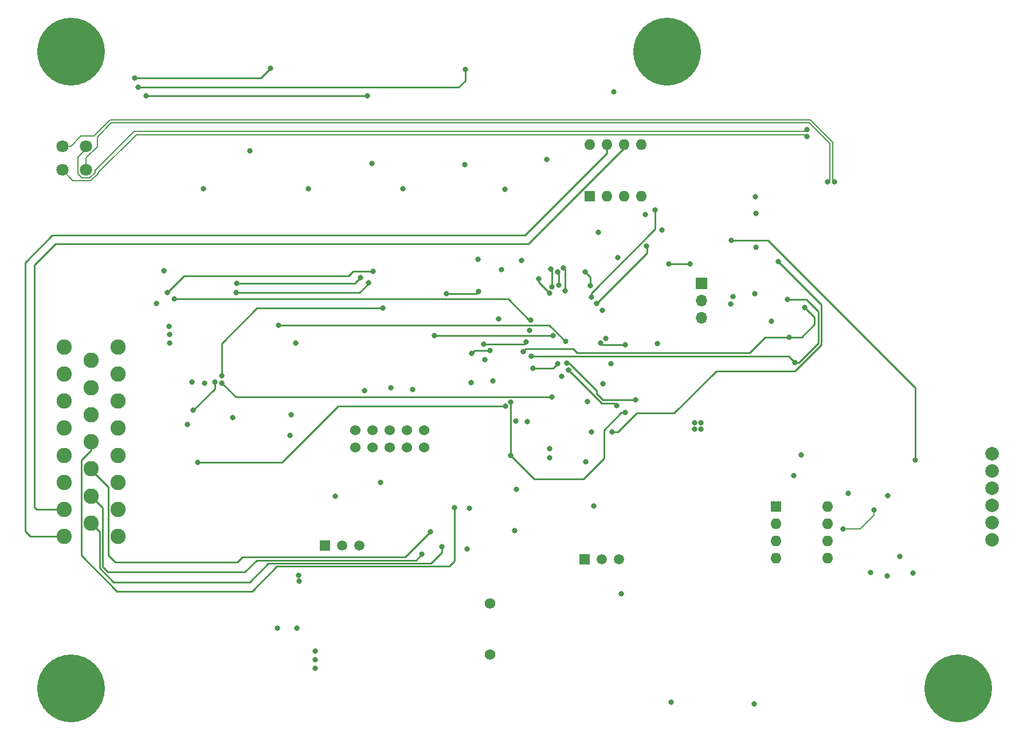
<source format=gbl>
G04 #@! TF.GenerationSoftware,KiCad,Pcbnew,5.99.0-unknown-6a369b230f~117~ubuntu20.04.1*
G04 #@! TF.CreationDate,2021-05-15T11:46:25+08:00*
G04 #@! TF.ProjectId,Controller,436f6e74-726f-46c6-9c65-722e6b696361,rev?*
G04 #@! TF.SameCoordinates,Original*
G04 #@! TF.FileFunction,Copper,L4,Bot*
G04 #@! TF.FilePolarity,Positive*
%FSLAX46Y46*%
G04 Gerber Fmt 4.6, Leading zero omitted, Abs format (unit mm)*
G04 Created by KiCad (PCBNEW 5.99.0-unknown-6a369b230f~117~ubuntu20.04.1) date 2021-05-15 11:46:25*
%MOMM*%
%LPD*%
G01*
G04 APERTURE LIST*
G04 #@! TA.AperFunction,ComponentPad*
%ADD10R,1.508000X1.508000*%
G04 #@! TD*
G04 #@! TA.AperFunction,ComponentPad*
%ADD11C,1.508000*%
G04 #@! TD*
G04 #@! TA.AperFunction,ComponentPad*
%ADD12C,2.260600*%
G04 #@! TD*
G04 #@! TA.AperFunction,ComponentPad*
%ADD13C,1.800000*%
G04 #@! TD*
G04 #@! TA.AperFunction,ComponentPad*
%ADD14R,1.700000X1.700000*%
G04 #@! TD*
G04 #@! TA.AperFunction,ComponentPad*
%ADD15O,1.700000X1.700000*%
G04 #@! TD*
G04 #@! TA.AperFunction,ComponentPad*
%ADD16C,2.000000*%
G04 #@! TD*
G04 #@! TA.AperFunction,ComponentPad*
%ADD17C,10.000000*%
G04 #@! TD*
G04 #@! TA.AperFunction,ComponentPad*
%ADD18C,1.524000*%
G04 #@! TD*
G04 #@! TA.AperFunction,ComponentPad*
%ADD19R,1.600000X1.600000*%
G04 #@! TD*
G04 #@! TA.AperFunction,ComponentPad*
%ADD20O,1.600000X1.600000*%
G04 #@! TD*
G04 #@! TA.AperFunction,ComponentPad*
%ADD21C,1.574800*%
G04 #@! TD*
G04 #@! TA.AperFunction,ViaPad*
%ADD22C,0.800000*%
G04 #@! TD*
G04 #@! TA.AperFunction,Conductor*
%ADD23C,0.250000*%
G04 #@! TD*
G04 #@! TA.AperFunction,Conductor*
%ADD24C,0.200000*%
G04 #@! TD*
G04 APERTURE END LIST*
D10*
X162380000Y-123075000D03*
D11*
X164920000Y-123075000D03*
X167460000Y-123075000D03*
D12*
X93450000Y-91700001D03*
X93450000Y-95700000D03*
X93450000Y-99700000D03*
X93450000Y-103700000D03*
X93450000Y-107699999D03*
X93450000Y-111699999D03*
X93450000Y-115699998D03*
X93450000Y-119699998D03*
X89450000Y-93699999D03*
X89450000Y-97699999D03*
X89450000Y-101699999D03*
X89450000Y-105699998D03*
X89450000Y-109699998D03*
X89450000Y-113699997D03*
X89450000Y-117699997D03*
X85450000Y-91700001D03*
X85450000Y-95700000D03*
X85450000Y-99700000D03*
X85450000Y-103700000D03*
X85450000Y-107699999D03*
X85450000Y-111699999D03*
X85450000Y-115699998D03*
X85450000Y-119699998D03*
D13*
X88707000Y-65587000D03*
X88707000Y-62053000D03*
X85173000Y-62053000D03*
X85173000Y-65587000D03*
D14*
X179620000Y-82335000D03*
D15*
X179620000Y-84875000D03*
X179620000Y-87415000D03*
D16*
X222570000Y-107470000D03*
X222570000Y-110010000D03*
X222570000Y-112550000D03*
X222570000Y-115090000D03*
X222570000Y-117630000D03*
X222570000Y-120170000D03*
D10*
X123988000Y-120985000D03*
D11*
X126528000Y-120985000D03*
X129068000Y-120985000D03*
D17*
X174520000Y-48120000D03*
D18*
X128500000Y-106560000D03*
X128500000Y-104020000D03*
X131040000Y-106560000D03*
X131040000Y-104020000D03*
X133580000Y-106560000D03*
X133580000Y-104020000D03*
X136120000Y-106560000D03*
X136120000Y-104020000D03*
X138660000Y-106560000D03*
X138660000Y-104020000D03*
D19*
X163090000Y-69480000D03*
D20*
X165630000Y-69480000D03*
X168170000Y-69480000D03*
X170710000Y-69480000D03*
X170710000Y-61860000D03*
X168170000Y-61860000D03*
X165630000Y-61860000D03*
X163090000Y-61860000D03*
D19*
X190642000Y-115284000D03*
D20*
X190642000Y-117824000D03*
X190642000Y-120364000D03*
X190642000Y-122904000D03*
X198262000Y-122904000D03*
X198262000Y-120364000D03*
X198262000Y-117824000D03*
X198262000Y-115284000D03*
D17*
X217520000Y-142120000D03*
D21*
X148410000Y-137090000D03*
X148410000Y-129590000D03*
D17*
X86520000Y-142120000D03*
X86520000Y-48120000D03*
D22*
X150570000Y-68480000D03*
X122520000Y-137895000D03*
X165070000Y-97150000D03*
X100200000Y-80480000D03*
X125520000Y-113720000D03*
X99070000Y-85290000D03*
X144960000Y-121520000D03*
X120130000Y-125380000D03*
X118850000Y-104770000D03*
X204630000Y-124963000D03*
X166690000Y-54020000D03*
X101020000Y-89870000D03*
X116970000Y-133195000D03*
X164395000Y-74790000D03*
X145550000Y-96940000D03*
X187610000Y-69540000D03*
X104340000Y-96900000D03*
X193216582Y-110681450D03*
X171290000Y-72150000D03*
X187500000Y-83860000D03*
X119845000Y-133220000D03*
X167750000Y-128160000D03*
X187690000Y-77010000D03*
X110320000Y-102180000D03*
X147610000Y-93550000D03*
X145310000Y-115500000D03*
X157180000Y-108070000D03*
X122520000Y-136620000D03*
X119670000Y-91110000D03*
X106220000Y-97030000D03*
X187640000Y-71960000D03*
X118990000Y-101740000D03*
X121550000Y-68320000D03*
X122520000Y-139170000D03*
X101060000Y-91130000D03*
X175120000Y-144140000D03*
X153070000Y-78950000D03*
X157190000Y-106680000D03*
X189911879Y-87925837D03*
X106010000Y-68370000D03*
X152190000Y-102660000D03*
X187440000Y-144390000D03*
X101000000Y-88690000D03*
X165480000Y-90480000D03*
X173100000Y-91180000D03*
X208950000Y-122643000D03*
X162780000Y-99730000D03*
X163710000Y-115150000D03*
X103650000Y-103140000D03*
X163320000Y-104260000D03*
X135530000Y-68340000D03*
X120150000Y-126290000D03*
X158950000Y-96020000D03*
X166210000Y-94210000D03*
X201296000Y-113352000D03*
X164940000Y-86310000D03*
X152000000Y-118850000D03*
X132200000Y-111710000D03*
X162520000Y-108640000D03*
X150080000Y-80320000D03*
X167285000Y-78550000D03*
X207030000Y-125483000D03*
X148780000Y-96720000D03*
X153890000Y-102710000D03*
X207168000Y-113616000D03*
X152230000Y-112680000D03*
X156790000Y-64070000D03*
X210900000Y-125043000D03*
X112890000Y-62780000D03*
X144640000Y-64800000D03*
X130970000Y-64630000D03*
X95870000Y-52000000D03*
X115940185Y-50570185D03*
X144700000Y-50750000D03*
X96390000Y-53350000D03*
X97560000Y-54650000D03*
X130230000Y-54650000D03*
X143140000Y-115470000D03*
X139590000Y-118960000D03*
X138340000Y-122320000D03*
X141300000Y-121160000D03*
X168370000Y-101380000D03*
X151430000Y-99845000D03*
X151430000Y-107720000D03*
X190980000Y-79120000D03*
X166440000Y-104250000D03*
X194310000Y-107600000D03*
X183920000Y-85370000D03*
X173750000Y-74450000D03*
X179530000Y-102890000D03*
X184310000Y-84240000D03*
X178590000Y-103870000D03*
X178570000Y-102900000D03*
X179510000Y-103870000D03*
X192580000Y-90250000D03*
X153250000Y-92375000D03*
X205110000Y-115782000D03*
X194870000Y-85880000D03*
X200538000Y-118576000D03*
X146680000Y-83470000D03*
X141940000Y-83840000D03*
X129820000Y-98130000D03*
X146610000Y-78750000D03*
X133690000Y-97760000D03*
X149670000Y-87610000D03*
X164140000Y-85260000D03*
X171520000Y-76790000D03*
X163340000Y-84330000D03*
X172800000Y-71530000D03*
X155560000Y-81620000D03*
X157195000Y-83800000D03*
X158531997Y-82595000D03*
X158340000Y-80630000D03*
X159470000Y-83430000D03*
X159220000Y-80010000D03*
X157310000Y-80220000D03*
X157560000Y-82830000D03*
X164740000Y-91170000D03*
X168350000Y-91390000D03*
X154240000Y-89310000D03*
X136940000Y-97950000D03*
X145660000Y-92660000D03*
X148400000Y-92250000D03*
X154720000Y-94840000D03*
X105170000Y-108710000D03*
X150630000Y-100470000D03*
X158350000Y-94200000D03*
X159530000Y-90900000D03*
X117100000Y-88480000D03*
X169890000Y-99530000D03*
X159759753Y-94122350D03*
X167090000Y-100360000D03*
X159970000Y-95100000D03*
X154383020Y-87755000D03*
X101720000Y-84640000D03*
X147460000Y-91290000D03*
X153730000Y-90980000D03*
X110899000Y-83721000D03*
X130440000Y-82215000D03*
X100700000Y-83710000D03*
X131140000Y-80580000D03*
X110939012Y-82360836D03*
X129240000Y-81490000D03*
X195220000Y-60655000D03*
X199295000Y-67350000D03*
X157677347Y-90072653D03*
X140170000Y-90050000D03*
X198245000Y-67350000D03*
X162420000Y-80610000D03*
X163170000Y-82630000D03*
X177890000Y-79445000D03*
X174810000Y-79440000D03*
X183980000Y-75950000D03*
X211200000Y-108420000D03*
X195220000Y-59605000D03*
X107730000Y-96900000D03*
X104550000Y-101060000D03*
X132570000Y-85990000D03*
X108716699Y-95963301D03*
X108780000Y-97040000D03*
X157520000Y-99120000D03*
X192310000Y-84720000D03*
X154480000Y-93090000D03*
X193420000Y-94000000D03*
D23*
X80500002Y-119699998D02*
X79710000Y-118909996D01*
X165630000Y-63130000D02*
X165630000Y-61860000D01*
X153520000Y-75240000D02*
X158990000Y-69770000D01*
X85450000Y-119699998D02*
X80500002Y-119699998D01*
X158990000Y-69770000D02*
X165630000Y-63130000D01*
X79710000Y-79360000D02*
X79710000Y-79260000D01*
X83730000Y-75240000D02*
X153520000Y-75240000D01*
X79710000Y-79260000D02*
X83730000Y-75240000D01*
X79710000Y-118909996D02*
X79710000Y-79360000D01*
X161060000Y-69450364D02*
X168170000Y-62340364D01*
X81050000Y-79650000D02*
X84230000Y-76470000D01*
X84230000Y-76470000D02*
X154040000Y-76470000D01*
X168170000Y-62340364D02*
X168170000Y-61860000D01*
X161059636Y-69450364D02*
X154040000Y-76470000D01*
X161060000Y-69450364D02*
X161059636Y-69450364D01*
X85450000Y-115699998D02*
X81439998Y-115699998D01*
X81050000Y-115310000D02*
X81050000Y-79650000D01*
X81439998Y-115699998D02*
X81050000Y-115310000D01*
X95870000Y-52000000D02*
X114510370Y-52000000D01*
X114510370Y-52000000D02*
X115940185Y-50570185D01*
X143760000Y-53350000D02*
X144700000Y-52410000D01*
X96390000Y-53350000D02*
X143760000Y-53350000D01*
X144700000Y-52410000D02*
X144700000Y-50750000D01*
X97560000Y-54650000D02*
X130230000Y-54650000D01*
X116866400Y-124100010D02*
X113206410Y-127760000D01*
X143140000Y-123340000D02*
X142379990Y-124100010D01*
X93260000Y-127760000D02*
X93510000Y-127760000D01*
X87994699Y-122494699D02*
X93260000Y-127760000D01*
X87994699Y-108398544D02*
X89450000Y-106943243D01*
X87994699Y-122474699D02*
X87994699Y-108398544D01*
X89450000Y-106943243D02*
X89450000Y-105699998D01*
X143140000Y-115470000D02*
X143140000Y-123340000D01*
X113206410Y-127760000D02*
X93510000Y-127760000D01*
X142379990Y-124100010D02*
X116866400Y-124100010D01*
X135830000Y-122720000D02*
X139590000Y-118960000D01*
X91994699Y-112398544D02*
X91994699Y-122434699D01*
X111790000Y-122720000D02*
X135830000Y-122720000D01*
X89450000Y-109853845D02*
X91994699Y-112398544D01*
X89450000Y-109699998D02*
X89450000Y-109853845D01*
X93010000Y-123450000D02*
X111060000Y-123450000D01*
X91994699Y-122434699D02*
X93010000Y-123450000D01*
X111790000Y-122720000D02*
X116310000Y-122720000D01*
X111060000Y-123450000D02*
X111790000Y-122720000D01*
X138340000Y-122320000D02*
X137480000Y-123180000D01*
X137480000Y-123180000D02*
X113880000Y-123180000D01*
X91936410Y-124900000D02*
X91147526Y-124111116D01*
X91147526Y-124111116D02*
X91147526Y-115397523D01*
X113880000Y-123180000D02*
X112160000Y-124900000D01*
X112160000Y-124900000D02*
X91936410Y-124900000D01*
X91147526Y-115397523D02*
X89450000Y-113699997D01*
X112860000Y-126420000D02*
X92760000Y-126420000D01*
X90697516Y-118947513D02*
X89450000Y-117699997D01*
X115630000Y-123650000D02*
X112860000Y-126420000D01*
X141300000Y-121160000D02*
X141300000Y-122020000D01*
X89450000Y-117699997D02*
X89450000Y-117853844D01*
X90697516Y-124357516D02*
X90697516Y-124297516D01*
X139670000Y-123650000D02*
X115630000Y-123650000D01*
X141300000Y-122020000D02*
X139670000Y-123650000D01*
X92760000Y-126420000D02*
X90697516Y-124357516D01*
X90697516Y-124357516D02*
X90697516Y-118947513D01*
X165200000Y-103984315D02*
X165200000Y-108160000D01*
X154880000Y-111170000D02*
X152980000Y-109270000D01*
X167804315Y-101380000D02*
X165200000Y-103984315D01*
X165200000Y-108160000D02*
X162190000Y-111170000D01*
X168370000Y-101380000D02*
X167804315Y-101380000D01*
X151430000Y-107720000D02*
X152980000Y-109270000D01*
X162190000Y-111170000D02*
X154880000Y-111170000D01*
X151430000Y-99845000D02*
X151430000Y-107720000D01*
X181790000Y-95270000D02*
X175590000Y-101470000D01*
X190980000Y-79120000D02*
X197300009Y-85440009D01*
X197300009Y-85440009D02*
X197300009Y-91346401D01*
X167250000Y-104250000D02*
X166440000Y-104250000D01*
X193376410Y-95270000D02*
X181790000Y-95270000D01*
X170030000Y-101470000D02*
X167250000Y-104250000D01*
X197300009Y-91346401D02*
X193376410Y-95270000D01*
X175590000Y-101470000D02*
X170030000Y-101470000D01*
X153649999Y-91975001D02*
X160661999Y-91975001D01*
D24*
X203078000Y-118576000D02*
X205110000Y-116544000D01*
D23*
X196300000Y-87310000D02*
X194870000Y-85880000D01*
X196300000Y-88360000D02*
X196300000Y-87310000D01*
D24*
X205110000Y-116544000D02*
X205110000Y-115782000D01*
D23*
X153250000Y-92375000D02*
X153649999Y-91975001D01*
X194410000Y-90250000D02*
X196300000Y-88360000D01*
X189030000Y-90250000D02*
X192580000Y-90250000D01*
D24*
X200538000Y-118576000D02*
X203078000Y-118576000D01*
D23*
X161216998Y-92530000D02*
X186750000Y-92530000D01*
X192580000Y-90250000D02*
X194410000Y-90250000D01*
X186750000Y-92530000D02*
X189030000Y-90250000D01*
X160661999Y-91975001D02*
X161216998Y-92530000D01*
X146310000Y-83840000D02*
X146680000Y-83470000D01*
X141940000Y-83840000D02*
X146310000Y-83840000D01*
X171550000Y-77850000D02*
X171550000Y-76820000D01*
X171550000Y-76820000D02*
X171520000Y-76790000D01*
X164140000Y-85260000D02*
X171550000Y-77850000D01*
X163340000Y-83764315D02*
X172800000Y-74304315D01*
X172800000Y-74304315D02*
X172800000Y-71530000D01*
X163340000Y-84330000D02*
X163340000Y-83764315D01*
X157195000Y-83800000D02*
X155560000Y-82165000D01*
X155560000Y-82165000D02*
X155560000Y-81620000D01*
X158531997Y-82595000D02*
X158531997Y-80821997D01*
X158531997Y-80821997D02*
X158340000Y-80630000D01*
X159470000Y-83430000D02*
X159470000Y-80260000D01*
X159470000Y-80260000D02*
X159220000Y-80010000D01*
X157560000Y-80470000D02*
X157310000Y-80220000D01*
X157560000Y-82830000D02*
X157560000Y-80470000D01*
X164960000Y-91390000D02*
X168350000Y-91390000D01*
X164740000Y-91170000D02*
X164960000Y-91390000D01*
X146070000Y-92250000D02*
X145660000Y-92660000D01*
X148400000Y-92250000D02*
X146070000Y-92250000D01*
X117660000Y-108710000D02*
X122430000Y-103940000D01*
X122430000Y-103940000D02*
X125815000Y-100555000D01*
X125815000Y-100555000D02*
X125890000Y-100480000D01*
X125900000Y-100470000D02*
X150630000Y-100470000D01*
X154720000Y-94840000D02*
X157710000Y-94840000D01*
X105170000Y-108710000D02*
X117660000Y-108710000D01*
X125815000Y-100555000D02*
X125900000Y-100470000D01*
X157710000Y-94840000D02*
X158350000Y-94200000D01*
X158330000Y-94200000D02*
X158350000Y-94200000D01*
X157110000Y-88480000D02*
X159530000Y-90900000D01*
X117100000Y-88480000D02*
X157110000Y-88480000D01*
X165036410Y-99530000D02*
X164090009Y-98583599D01*
X169890000Y-99530000D02*
X165036410Y-99530000D01*
X164090009Y-98147007D02*
X160103002Y-94160000D01*
X164090009Y-98583599D02*
X164090009Y-98147007D01*
X160103002Y-94160000D02*
X159797403Y-94160000D01*
X159797403Y-94160000D02*
X159759753Y-94122350D01*
X159970000Y-95100000D02*
X163640000Y-98770000D01*
X164870000Y-100000000D02*
X166730000Y-100000000D01*
X166730000Y-100000000D02*
X167090000Y-100360000D01*
X163640000Y-98770000D02*
X164470000Y-99600000D01*
X164470000Y-99600000D02*
X164870000Y-100000000D01*
X101720000Y-84640000D02*
X151050000Y-84640000D01*
X151050000Y-84640000D02*
X154165000Y-87755000D01*
X154165000Y-87755000D02*
X154383020Y-87755000D01*
X153420000Y-91290000D02*
X153730000Y-90980000D01*
X147460000Y-91290000D02*
X153420000Y-91290000D01*
X110899000Y-83721000D02*
X129089000Y-83721000D01*
X129089000Y-83721000D02*
X130440000Y-82370000D01*
X130440000Y-82370000D02*
X130440000Y-82215000D01*
X100700000Y-83710000D02*
X103150000Y-81260000D01*
X127420000Y-81260000D02*
X128100000Y-80580000D01*
X103150000Y-81260000D02*
X127420000Y-81260000D01*
X128100000Y-80580000D02*
X131140000Y-80580000D01*
X128369164Y-82360836D02*
X129240000Y-81490000D01*
X110939012Y-82360836D02*
X128369164Y-82360836D01*
D24*
X194920000Y-60355000D02*
X195220000Y-60655000D01*
X85173000Y-65587000D02*
X86773031Y-67187031D01*
X90430000Y-66135714D02*
X90430000Y-65970000D01*
X90430000Y-65970000D02*
X96129385Y-60355000D01*
X96129385Y-60355000D02*
X194920000Y-60355000D01*
X86773031Y-67187031D02*
X89378683Y-67187031D01*
X89378683Y-67187031D02*
X90430000Y-66135714D01*
X86497000Y-62053000D02*
X87960000Y-60590000D01*
X198995000Y-61466800D02*
X198995000Y-67050000D01*
X85173000Y-62053000D02*
X86497000Y-62053000D01*
X89850000Y-60590000D02*
X92256801Y-58185000D01*
X87960000Y-60590000D02*
X89850000Y-60590000D01*
X92256801Y-58185000D02*
X195713200Y-58185000D01*
X195713200Y-58185000D02*
X198995000Y-61466800D01*
D23*
X157700000Y-90050000D02*
X157677347Y-90072653D01*
X140170000Y-90050000D02*
X157700000Y-90050000D01*
D24*
X198545000Y-61653200D02*
X198545000Y-67050000D01*
X195526800Y-58635000D02*
X198545000Y-61653200D01*
X92443199Y-58635000D02*
X195526800Y-58635000D01*
X90344099Y-60734099D02*
X92443199Y-58635000D01*
X88707000Y-63813000D02*
X90344099Y-62175901D01*
X88707000Y-65587000D02*
X88707000Y-63813000D01*
X90344099Y-62175901D02*
X90344099Y-60734099D01*
X88707000Y-65587000D02*
X88710000Y-65590000D01*
D23*
X163170000Y-81360000D02*
X162420000Y-80610000D01*
X163170000Y-82630000D02*
X163170000Y-81360000D01*
X177890000Y-79440000D02*
X177890000Y-79445000D01*
X174810000Y-79440000D02*
X177890000Y-79440000D01*
X183980000Y-75950000D02*
X189440000Y-75950000D01*
X189440000Y-75950000D02*
X203990000Y-90500000D01*
X203990000Y-90500000D02*
X211200000Y-97710000D01*
X211200000Y-97710000D02*
X211200000Y-108420000D01*
D24*
X88707000Y-62702991D02*
X88541311Y-62702991D01*
X88707000Y-62053000D02*
X88707000Y-62702991D01*
X88541311Y-62702991D02*
X87506989Y-63737313D01*
X88130994Y-66787011D02*
X89212989Y-66787011D01*
X194920000Y-59905000D02*
X195220000Y-59605000D01*
X87506989Y-66163006D02*
X88130994Y-66787011D01*
X87506989Y-63737313D02*
X87506989Y-66163006D01*
X95767001Y-59905000D02*
X194920000Y-59905000D01*
X90029292Y-65970708D02*
X90029292Y-65640708D01*
X90029292Y-65640708D02*
X90150000Y-65520000D01*
X89212989Y-66787011D02*
X90029292Y-65970708D01*
X90150000Y-65520000D02*
X95767001Y-59905000D01*
D23*
X107730000Y-97880000D02*
X104550000Y-101060000D01*
X107730000Y-96900000D02*
X107730000Y-97465685D01*
X107730000Y-97465685D02*
X107730000Y-97880000D01*
X108716699Y-91203301D02*
X113940000Y-85980000D01*
X132560000Y-85980000D02*
X132570000Y-85990000D01*
X113940000Y-85980000D02*
X132560000Y-85980000D01*
X108716699Y-95963301D02*
X108716699Y-91203301D01*
X110860000Y-99120000D02*
X157520000Y-99120000D01*
X108780000Y-97040000D02*
X110860000Y-99120000D01*
X154480000Y-93090000D02*
X192510000Y-93090000D01*
X196850000Y-91160000D02*
X196850000Y-86450000D01*
X196850000Y-86450000D02*
X195130000Y-84730000D01*
X194010000Y-94000000D02*
X194920000Y-93090000D01*
X195130000Y-84730000D02*
X195120000Y-84720000D01*
X192510000Y-93090000D02*
X193420000Y-94000000D01*
X195120000Y-84720000D02*
X192310000Y-84720000D01*
X194920000Y-93090000D02*
X196850000Y-91160000D01*
X193420000Y-94000000D02*
X194010000Y-94000000D01*
M02*

</source>
